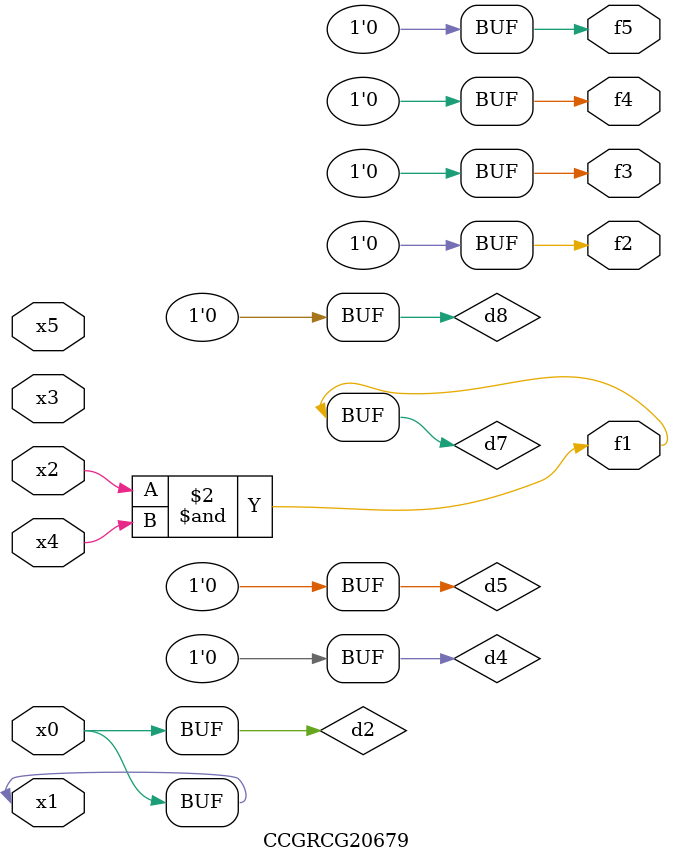
<source format=v>
module CCGRCG20679(
	input x0, x1, x2, x3, x4, x5,
	output f1, f2, f3, f4, f5
);

	wire d1, d2, d3, d4, d5, d6, d7, d8, d9;

	nand (d1, x1);
	buf (d2, x0, x1);
	nand (d3, x2, x4);
	and (d4, d1, d2);
	and (d5, d1, d2);
	nand (d6, d1, d3);
	not (d7, d3);
	xor (d8, d5);
	nor (d9, d5, d6);
	assign f1 = d7;
	assign f2 = d8;
	assign f3 = d8;
	assign f4 = d8;
	assign f5 = d8;
endmodule

</source>
